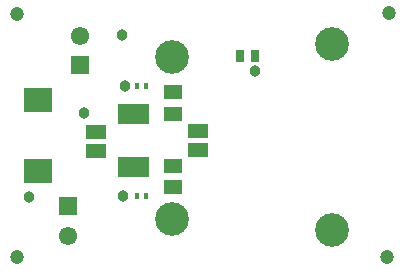
<source format=gts>
G04*
G04 #@! TF.GenerationSoftware,Altium Limited,Altium Designer,22.5.1 (42)*
G04*
G04 Layer_Color=8388736*
%FSLAX25Y25*%
%MOIN*%
G70*
G04*
G04 #@! TF.SameCoordinates,11F32A4F-6B9E-4148-B8DF-231AA1DA3EC5*
G04*
G04*
G04 #@! TF.FilePolarity,Negative*
G04*
G01*
G75*
%ADD13R,0.01575X0.01968*%
%ADD14R,0.09173X0.07835*%
%ADD18R,0.02572X0.06509*%
%ADD19R,0.06587X0.04816*%
%ADD20R,0.03162X0.03950*%
%ADD21R,0.06115X0.04737*%
%ADD22C,0.11253*%
%ADD23R,0.06102X0.06102*%
%ADD24C,0.06102*%
%ADD25C,0.04737*%
%ADD26C,0.03800*%
D13*
X47075Y24500D02*
D03*
X43925D02*
D03*
Y61000D02*
D03*
X47075D02*
D03*
D14*
X11000Y56350D02*
D03*
Y32650D02*
D03*
D18*
X46839Y51760D02*
D03*
X44280D02*
D03*
X41721D02*
D03*
X39161D02*
D03*
Y34240D02*
D03*
X41721D02*
D03*
X44280D02*
D03*
X46839D02*
D03*
D19*
X30500Y39350D02*
D03*
Y45650D02*
D03*
X64500Y39850D02*
D03*
Y46150D02*
D03*
D20*
X78441Y71000D02*
D03*
X83559D02*
D03*
D21*
X56000Y59043D02*
D03*
Y51957D02*
D03*
Y27457D02*
D03*
Y34543D02*
D03*
D22*
X109047Y13291D02*
D03*
Y75102D02*
D03*
X55898Y16835D02*
D03*
Y70772D02*
D03*
D23*
X21000Y21000D02*
D03*
X25067Y68079D02*
D03*
D24*
X21000Y11157D02*
D03*
X25067Y77921D02*
D03*
D25*
X4000Y4000D02*
D03*
X127500D02*
D03*
X4000Y85000D02*
D03*
X128000Y85500D02*
D03*
D26*
X39500Y24500D02*
D03*
X40000Y61000D02*
D03*
X83500Y66000D02*
D03*
X26500Y52000D02*
D03*
X8000Y24000D02*
D03*
X39000Y78000D02*
D03*
M02*

</source>
